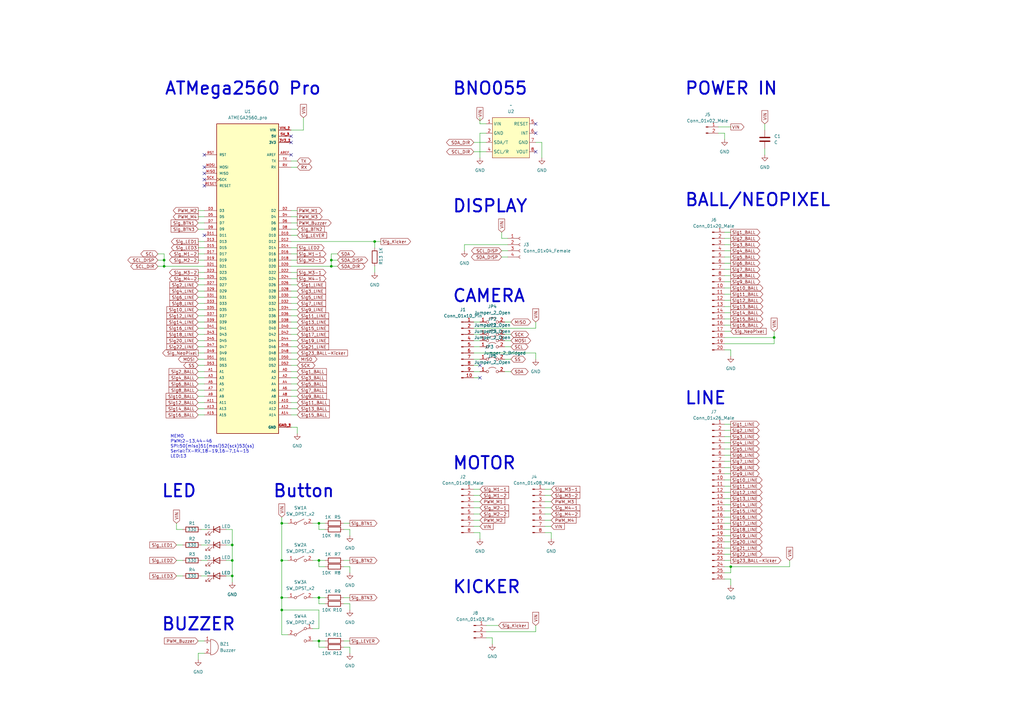
<source format=kicad_sch>
(kicad_sch (version 20230121) (generator eeschema)
  (paper "A3")
  (junction (at 299.72 232.41))
  (junction (at 135.89 106.68))
  (junction (at 115.57 214.63))
  (junction (at 95.25 223.52))
  (junction (at 130.81 245.11))
  (junction (at 130.81 229.87))
  (junction (at 115.57 229.87))
  (junction (at 67.31 106.68))
  (junction (at 95.25 236.22))
  (junction (at 130.81 214.63))
  (junction (at 95.25 229.87))
  (junction (at 153.67 99.06))
  (junction (at 115.57 250.19))
  (junction (at 317.5 138.43))
  (junction (at 67.31 109.22))
  (junction (at 135.89 109.22))
  (junction (at 130.81 262.89))
  (junction (at 115.57 245.11))
  (no_connect (at 196.85 149.86))
  (no_connect (at 196.85 154.94))
  (no_connect (at 83.82 63.5))
  (no_connect (at 83.82 73.66))
  (no_connect (at 83.82 71.12))
  (no_connect (at 83.82 68.58))
  (no_connect (at 119.38 58.42))
  (no_connect (at 119.38 55.88))
  (no_connect (at 219.71 62.23))
  (no_connect (at 119.38 63.5))
  (no_connect (at 83.82 96.52))
  (no_connect (at 219.71 50.8))
  (no_connect (at 219.71 54.61))
  (no_connect (at 83.82 76.2))
  (wire (pts (xy 119.38 121.92) (xy 121.92 121.92)))
  (wire (pts (xy 119.38 127) (xy 121.92 127)))
  (wire (pts (xy 205.74 102.87) (xy 208.28 102.87)))
  (wire (pts (xy 313.69 50.8) (xy 313.69 53.34)))
  (wire (pts (xy 194.31 215.9) (xy 196.85 215.9)))
  (wire (pts (xy 223.52 215.9) (xy 226.06 215.9)))
  (wire (pts (xy 297.18 143.51) (xy 299.72 143.51)))
  (wire (pts (xy 199.39 54.61) (xy 196.85 54.61)))
  (wire (pts (xy 81.28 129.54) (xy 83.82 129.54)))
  (wire (pts (xy 297.18 113.03) (xy 299.72 113.03)))
  (wire (pts (xy 143.51 232.41) (xy 143.51 234.95)))
  (wire (pts (xy 124.46 48.26) (xy 124.46 53.34)))
  (wire (pts (xy 297.18 212.09) (xy 299.72 212.09)))
  (wire (pts (xy 223.52 203.2) (xy 226.06 203.2)))
  (wire (pts (xy 194.31 58.42) (xy 199.39 58.42)))
  (wire (pts (xy 81.28 127) (xy 83.82 127)))
  (wire (pts (xy 74.93 217.17) (xy 72.39 217.17)))
  (wire (pts (xy 140.97 265.43) (xy 143.51 265.43)))
  (wire (pts (xy 194.31 142.24) (xy 196.85 142.24)))
  (wire (pts (xy 119.38 144.78) (xy 121.92 144.78)))
  (wire (pts (xy 297.18 110.49) (xy 299.72 110.49)))
  (wire (pts (xy 297.18 229.87) (xy 299.72 229.87)))
  (wire (pts (xy 196.85 54.61) (xy 196.85 64.77)))
  (wire (pts (xy 119.38 132.08) (xy 121.92 132.08)))
  (wire (pts (xy 81.28 91.44) (xy 83.82 91.44)))
  (wire (pts (xy 297.18 179.07) (xy 299.72 179.07)))
  (wire (pts (xy 92.71 217.17) (xy 95.25 217.17)))
  (wire (pts (xy 115.57 214.63) (xy 118.11 214.63)))
  (wire (pts (xy 297.18 237.49) (xy 299.72 237.49)))
  (wire (pts (xy 81.28 104.14) (xy 83.82 104.14)))
  (wire (pts (xy 201.93 261.62) (xy 201.93 264.16)))
  (wire (pts (xy 119.38 116.84) (xy 121.92 116.84)))
  (wire (pts (xy 153.67 99.06) (xy 156.21 99.06)))
  (wire (pts (xy 297.18 54.61) (xy 297.18 57.15)))
  (wire (pts (xy 140.97 229.87) (xy 143.51 229.87)))
  (wire (pts (xy 297.18 219.71) (xy 299.72 219.71)))
  (wire (pts (xy 74.93 236.22) (xy 72.39 236.22)))
  (wire (pts (xy 92.71 236.22) (xy 95.25 236.22)))
  (wire (pts (xy 143.51 247.65) (xy 143.51 250.19)))
  (wire (pts (xy 130.81 229.87) (xy 130.81 232.41)))
  (wire (pts (xy 297.18 189.23) (xy 299.72 189.23)))
  (wire (pts (xy 194.31 144.78) (xy 219.71 144.78)))
  (wire (pts (xy 140.97 214.63) (xy 143.51 214.63)))
  (wire (pts (xy 81.28 88.9) (xy 83.82 88.9)))
  (wire (pts (xy 130.81 214.63) (xy 130.81 217.17)))
  (wire (pts (xy 119.38 66.04) (xy 121.92 66.04)))
  (wire (pts (xy 81.28 142.24) (xy 83.82 142.24)))
  (wire (pts (xy 299.72 237.49) (xy 299.72 240.03)))
  (wire (pts (xy 297.18 120.65) (xy 299.72 120.65)))
  (wire (pts (xy 67.31 109.22) (xy 83.82 109.22)))
  (wire (pts (xy 297.18 234.95) (xy 299.72 234.95)))
  (wire (pts (xy 119.38 101.6) (xy 121.92 101.6)))
  (wire (pts (xy 81.28 162.56) (xy 83.82 162.56)))
  (wire (pts (xy 115.57 214.63) (xy 115.57 229.87)))
  (wire (pts (xy 153.67 99.06) (xy 153.67 101.6)))
  (wire (pts (xy 194.31 137.16) (xy 196.85 137.16)))
  (wire (pts (xy 130.81 262.89) (xy 130.81 265.43)))
  (wire (pts (xy 115.57 229.87) (xy 115.57 245.11)))
  (wire (pts (xy 199.39 259.08) (xy 219.71 259.08)))
  (wire (pts (xy 128.27 245.11) (xy 130.81 245.11)))
  (wire (pts (xy 223.52 210.82) (xy 226.06 210.82)))
  (wire (pts (xy 297.18 214.63) (xy 299.72 214.63)))
  (wire (pts (xy 194.31 203.2) (xy 196.85 203.2)))
  (wire (pts (xy 207.01 132.08) (xy 209.55 132.08)))
  (wire (pts (xy 130.81 229.87) (xy 133.35 229.87)))
  (wire (pts (xy 199.39 256.54) (xy 204.47 256.54)))
  (wire (pts (xy 95.25 236.22) (xy 95.25 238.76)))
  (wire (pts (xy 81.28 101.6) (xy 83.82 101.6)))
  (wire (pts (xy 323.85 229.87) (xy 323.85 232.41)))
  (wire (pts (xy 130.81 265.43) (xy 133.35 265.43)))
  (wire (pts (xy 119.38 134.62) (xy 121.92 134.62)))
  (wire (pts (xy 119.38 88.9) (xy 121.92 88.9)))
  (wire (pts (xy 119.38 53.34) (xy 124.46 53.34)))
  (wire (pts (xy 121.92 175.26) (xy 119.38 175.26)))
  (wire (pts (xy 140.97 245.11) (xy 143.51 245.11)))
  (wire (pts (xy 81.28 137.16) (xy 83.82 137.16)))
  (wire (pts (xy 81.28 119.38) (xy 83.82 119.38)))
  (wire (pts (xy 119.38 91.44) (xy 121.92 91.44)))
  (wire (pts (xy 223.52 208.28) (xy 226.06 208.28)))
  (wire (pts (xy 121.92 177.8) (xy 121.92 175.26)))
  (wire (pts (xy 81.28 144.78) (xy 83.82 144.78)))
  (wire (pts (xy 297.18 196.85) (xy 299.72 196.85)))
  (wire (pts (xy 82.55 223.52) (xy 85.09 223.52)))
  (wire (pts (xy 208.28 97.79) (xy 205.74 97.79)))
  (wire (pts (xy 81.28 262.89) (xy 83.82 262.89)))
  (wire (pts (xy 219.71 132.08) (xy 219.71 134.62)))
  (wire (pts (xy 194.31 213.36) (xy 196.85 213.36)))
  (wire (pts (xy 299.72 143.51) (xy 299.72 146.05)))
  (wire (pts (xy 81.28 99.06) (xy 83.82 99.06)))
  (wire (pts (xy 297.18 102.87) (xy 299.72 102.87)))
  (wire (pts (xy 130.81 245.11) (xy 133.35 245.11)))
  (wire (pts (xy 74.93 223.52) (xy 72.39 223.52)))
  (wire (pts (xy 95.25 217.17) (xy 95.25 223.52)))
  (wire (pts (xy 130.81 217.17) (xy 133.35 217.17)))
  (wire (pts (xy 297.18 232.41) (xy 299.72 232.41)))
  (wire (pts (xy 297.18 133.35) (xy 299.72 133.35)))
  (wire (pts (xy 194.31 132.08) (xy 196.85 132.08)))
  (wire (pts (xy 196.85 218.44) (xy 194.31 218.44)))
  (wire (pts (xy 82.55 217.17) (xy 85.09 217.17)))
  (wire (pts (xy 194.31 152.4) (xy 196.85 152.4)))
  (wire (pts (xy 294.64 52.07) (xy 299.72 52.07)))
  (wire (pts (xy 219.71 58.42) (xy 222.25 58.42)))
  (wire (pts (xy 143.51 217.17) (xy 143.51 219.71)))
  (wire (pts (xy 119.38 68.58) (xy 121.92 68.58)))
  (wire (pts (xy 81.28 93.98) (xy 83.82 93.98)))
  (wire (pts (xy 130.81 262.89) (xy 133.35 262.89)))
  (wire (pts (xy 219.71 256.54) (xy 219.71 259.08)))
  (wire (pts (xy 190.5 100.33) (xy 190.5 102.87)))
  (wire (pts (xy 119.38 111.76) (xy 121.92 111.76)))
  (wire (pts (xy 207.01 139.7) (xy 209.55 139.7)))
  (wire (pts (xy 153.67 109.22) (xy 153.67 111.76)))
  (wire (pts (xy 81.28 116.84) (xy 83.82 116.84)))
  (wire (pts (xy 196.85 50.8) (xy 196.85 48.26)))
  (wire (pts (xy 297.18 224.79) (xy 299.72 224.79)))
  (wire (pts (xy 83.82 267.97) (xy 81.28 267.97)))
  (wire (pts (xy 297.18 173.99) (xy 299.72 173.99)))
  (wire (pts (xy 92.71 229.87) (xy 95.25 229.87)))
  (wire (pts (xy 317.5 135.89) (xy 317.5 138.43)))
  (wire (pts (xy 82.55 229.87) (xy 85.09 229.87)))
  (wire (pts (xy 297.18 130.81) (xy 299.72 130.81)))
  (wire (pts (xy 297.18 181.61) (xy 299.72 181.61)))
  (wire (pts (xy 223.52 200.66) (xy 226.06 200.66)))
  (wire (pts (xy 297.18 105.41) (xy 299.72 105.41)))
  (wire (pts (xy 199.39 50.8) (xy 196.85 50.8)))
  (wire (pts (xy 297.18 135.89) (xy 299.72 135.89)))
  (wire (pts (xy 119.38 170.18) (xy 121.92 170.18)))
  (wire (pts (xy 81.28 132.08) (xy 83.82 132.08)))
  (wire (pts (xy 81.28 267.97) (xy 81.28 270.51)))
  (wire (pts (xy 82.55 236.22) (xy 85.09 236.22)))
  (wire (pts (xy 119.38 93.98) (xy 121.92 93.98)))
  (wire (pts (xy 199.39 261.62) (xy 201.93 261.62)))
  (wire (pts (xy 74.93 229.87) (xy 72.39 229.87)))
  (wire (pts (xy 119.38 160.02) (xy 121.92 160.02)))
  (wire (pts (xy 140.97 217.17) (xy 143.51 217.17)))
  (wire (pts (xy 119.38 129.54) (xy 121.92 129.54)))
  (wire (pts (xy 297.18 204.47) (xy 299.72 204.47)))
  (wire (pts (xy 130.81 245.11) (xy 130.81 247.65)))
  (wire (pts (xy 119.38 119.38) (xy 121.92 119.38)))
  (wire (pts (xy 317.5 140.97) (xy 317.5 138.43)))
  (wire (pts (xy 119.38 109.22) (xy 135.89 109.22)))
  (wire (pts (xy 226.06 218.44) (xy 223.52 218.44)))
  (wire (pts (xy 119.38 162.56) (xy 121.92 162.56)))
  (wire (pts (xy 299.72 232.41) (xy 323.85 232.41)))
  (wire (pts (xy 297.18 128.27) (xy 299.72 128.27)))
  (wire (pts (xy 81.28 106.68) (xy 83.82 106.68)))
  (wire (pts (xy 81.28 134.62) (xy 83.82 134.62)))
  (wire (pts (xy 297.18 191.77) (xy 299.72 191.77)))
  (wire (pts (xy 95.25 223.52) (xy 95.25 229.87)))
  (wire (pts (xy 207.01 152.4) (xy 209.55 152.4)))
  (wire (pts (xy 138.43 109.22) (xy 135.89 109.22)))
  (wire (pts (xy 297.18 186.69) (xy 299.72 186.69)))
  (wire (pts (xy 297.18 184.15) (xy 299.72 184.15)))
  (wire (pts (xy 67.31 109.22) (xy 67.31 106.68)))
  (wire (pts (xy 297.18 138.43) (xy 317.5 138.43)))
  (wire (pts (xy 128.27 257.81) (xy 130.81 257.81)))
  (wire (pts (xy 297.18 140.97) (xy 317.5 140.97)))
  (wire (pts (xy 81.28 149.86) (xy 83.82 149.86)))
  (wire (pts (xy 119.38 167.64) (xy 121.92 167.64)))
  (wire (pts (xy 81.28 157.48) (xy 83.82 157.48)))
  (wire (pts (xy 194.31 139.7) (xy 196.85 139.7)))
  (wire (pts (xy 297.18 201.93) (xy 299.72 201.93)))
  (wire (pts (xy 81.28 139.7) (xy 83.82 139.7)))
  (wire (pts (xy 81.28 121.92) (xy 83.82 121.92)))
  (wire (pts (xy 194.31 200.66) (xy 196.85 200.66)))
  (wire (pts (xy 81.28 167.64) (xy 83.82 167.64)))
  (wire (pts (xy 205.74 95.25) (xy 205.74 97.79)))
  (wire (pts (xy 119.38 114.3) (xy 121.92 114.3)))
  (wire (pts (xy 297.18 227.33) (xy 299.72 227.33)))
  (wire (pts (xy 119.38 106.68) (xy 121.92 106.68)))
  (wire (pts (xy 119.38 152.4) (xy 121.92 152.4)))
  (wire (pts (xy 119.38 86.36) (xy 121.92 86.36)))
  (wire (pts (xy 140.97 262.89) (xy 143.51 262.89)))
  (wire (pts (xy 128.27 262.89) (xy 130.81 262.89)))
  (wire (pts (xy 297.18 207.01) (xy 299.72 207.01)))
  (wire (pts (xy 194.31 149.86) (xy 196.85 149.86)))
  (wire (pts (xy 119.38 165.1) (xy 121.92 165.1)))
  (wire (pts (xy 81.28 124.46) (xy 83.82 124.46)))
  (wire (pts (xy 297.18 97.79) (xy 299.72 97.79)))
  (wire (pts (xy 194.31 205.74) (xy 196.85 205.74)))
  (wire (pts (xy 81.28 86.36) (xy 83.82 86.36)))
  (wire (pts (xy 119.38 96.52) (xy 121.92 96.52)))
  (wire (pts (xy 143.51 265.43) (xy 143.51 267.97)))
  (wire (pts (xy 297.18 118.11) (xy 299.72 118.11)))
  (wire (pts (xy 81.28 165.1) (xy 83.82 165.1)))
  (wire (pts (xy 207.01 137.16) (xy 209.55 137.16)))
  (wire (pts (xy 119.38 157.48) (xy 121.92 157.48)))
  (wire (pts (xy 130.81 214.63) (xy 133.35 214.63)))
  (wire (pts (xy 119.38 139.7) (xy 121.92 139.7)))
  (wire (pts (xy 297.18 95.25) (xy 299.72 95.25)))
  (wire (pts (xy 223.52 205.74) (xy 226.06 205.74)))
  (wire (pts (xy 297.18 194.31) (xy 299.72 194.31)))
  (wire (pts (xy 194.31 62.23) (xy 199.39 62.23)))
  (wire (pts (xy 207.01 142.24) (xy 209.55 142.24)))
  (wire (pts (xy 135.89 106.68) (xy 135.89 104.14)))
  (wire (pts (xy 196.85 220.98) (xy 196.85 218.44)))
  (wire (pts (xy 208.28 100.33) (xy 190.5 100.33)))
  (wire (pts (xy 299.72 232.41) (xy 299.72 234.95)))
  (wire (pts (xy 64.77 109.22) (xy 67.31 109.22)))
  (wire (pts (xy 297.18 115.57) (xy 299.72 115.57)))
  (wire (pts (xy 219.71 144.78) (xy 219.71 147.32)))
  (wire (pts (xy 119.38 104.14) (xy 121.92 104.14)))
  (wire (pts (xy 119.38 137.16) (xy 121.92 137.16)))
  (wire (pts (xy 135.89 104.14) (xy 138.43 104.14)))
  (wire (pts (xy 119.38 142.24) (xy 121.92 142.24)))
  (wire (pts (xy 140.97 247.65) (xy 143.51 247.65)))
  (wire (pts (xy 297.18 217.17) (xy 299.72 217.17)))
  (wire (pts (xy 194.31 134.62) (xy 219.71 134.62)))
  (wire (pts (xy 297.18 209.55) (xy 299.72 209.55)))
  (wire (pts (xy 81.28 147.32) (xy 83.82 147.32)))
  (wire (pts (xy 115.57 212.09) (xy 115.57 214.63)))
  (wire (pts (xy 130.81 257.81) (xy 130.81 250.19)))
  (wire (pts (xy 115.57 245.11) (xy 115.57 250.19)))
  (wire (pts (xy 297.18 176.53) (xy 299.72 176.53)))
  (wire (pts (xy 128.27 214.63) (xy 130.81 214.63)))
  (wire (pts (xy 226.06 220.98) (xy 226.06 218.44)))
  (wire (pts (xy 67.31 104.14) (xy 64.77 104.14)))
  (wire (pts (xy 128.27 229.87) (xy 130.81 229.87)))
  (wire (pts (xy 194.31 147.32) (xy 196.85 147.32)))
  (wire (pts (xy 135.89 106.68) (xy 138.43 106.68)))
  (wire (pts (xy 223.52 213.36) (xy 226.06 213.36)))
  (wire (pts (xy 297.18 100.33) (xy 299.72 100.33)))
  (wire (pts (xy 119.38 124.46) (xy 121.92 124.46)))
  (wire (pts (xy 115.57 250.19) (xy 115.57 260.35)))
  (wire (pts (xy 67.31 106.68) (xy 67.31 104.14)))
  (wire (pts (xy 81.28 154.94) (xy 83.82 154.94)))
  (wire (pts (xy 205.74 105.41) (xy 208.28 105.41)))
  (wire (pts (xy 297.18 107.95) (xy 299.72 107.95)))
  (wire (pts (xy 194.31 154.94) (xy 196.85 154.94)))
  (wire (pts (xy 81.28 160.02) (xy 83.82 160.02)))
  (wire (pts (xy 222.25 58.42) (xy 222.25 64.77)))
  (wire (pts (xy 119.38 147.32) (xy 121.92 147.32)))
  (wire (pts (xy 115.57 260.35) (xy 118.11 260.35)))
  (wire (pts (xy 95.25 229.87) (xy 95.25 236.22)))
  (wire (pts (xy 115.57 229.87) (xy 118.11 229.87)))
  (wire (pts (xy 207.01 147.32) (xy 209.55 147.32)))
  (wire (pts (xy 81.28 114.3) (xy 83.82 114.3)))
  (wire (pts (xy 194.31 208.28) (xy 196.85 208.28)))
  (wire (pts (xy 297.18 222.25) (xy 299.72 222.25)))
  (wire (pts (xy 297.18 199.39) (xy 299.72 199.39)))
  (wire (pts (xy 119.38 99.06) (xy 153.67 99.06)))
  (wire (pts (xy 294.64 54.61) (xy 297.18 54.61)))
  (wire (pts (xy 130.81 250.19) (xy 115.57 250.19)))
  (wire (pts (xy 297.18 123.19) (xy 299.72 123.19)))
  (wire (pts (xy 72.39 214.63) (xy 72.39 217.17)))
  (wire (pts (xy 92.71 223.52) (xy 95.25 223.52)))
  (wire (pts (xy 130.81 247.65) (xy 133.35 247.65)))
  (wire (pts (xy 130.81 232.41) (xy 133.35 232.41)))
  (wire (pts (xy 64.77 106.68) (xy 67.31 106.68)))
  (wire (pts (xy 119.38 149.86) (xy 121.92 149.86)))
  (wire (pts (xy 81.28 152.4) (xy 83.82 152.4)))
  (wire (pts (xy 297.18 125.73) (xy 299.72 125.73)))
  (wire (pts (xy 119.38 154.94) (xy 121.92 154.94)))
  (wire (pts (xy 81.28 170.18) (xy 83.82 170.18)))
  (wire (pts (xy 313.69 60.96) (xy 313.69 63.5)))
  (wire (pts (xy 115.57 245.11) (xy 118.11 245.11)))
  (wire (pts (xy 81.28 111.76) (xy 83.82 111.76)))
  (wire (pts (xy 194.31 210.82) (xy 196.85 210.82)))
  (wire (pts (xy 135.89 106.68) (xy 135.89 109.22)))
  (wire (pts (xy 140.97 232.41) (xy 143.51 232.41)))
  (text "BALL/NEOPIXEL" (at 280.67 85.09 0) (effects (font (size 5.08 5.08) (thickness 0.762) bold) (justify left bottom)))
  (text "DISPLAY" (at 185.42 87.63 0) (effects (font (size 5.08 5.08) (thickness 0.762) bold) (justify left bottom)))
  (text "CAMERA" (at 185.42 124.46 0) (effects (font (size 5.08 5.08) (thickness 0.762) bold) (justify left bottom)))
  (text "LED" (at 66.04 204.47 0) (effects (font (size 5.08 5.08) (thickness 0.762) bold) (justify left bottom)))
  (text "BNO055" (at 185.42 39.37 0) (effects (font (size 5.08 5.08) (thickness 0.762) bold) (justify left bottom)))
  (text "Button" (at 111.76 204.47 0) (effects (font (size 5.08 5.08) (thickness 0.762) bold) (justify left bottom)))
  (text "BUZZER" (at 66.04 259.08 0) (effects (font (size 5.08 5.08) (thickness 0.762) bold) (justify left bottom)))
  (text "MOTOR" (at 185.42 193.04 0) (effects (font (size 5.08 5.08) (thickness 0.762) bold) (justify left bottom)))
  (text "MEMO\nPWM:2-13,44-46\nSPI:50(miso)51(mosi)52(sck)53(ss)\nSerial:TX-RX,18-19,16-7,14-15\nLED:13" (at 69.85 187.96 0) (effects (font (size 1.27 1.27)) (justify left bottom)))
  (text "LINE" (at 280.67 166.37 0) (effects (font (size 5.08 5.08) (thickness 0.762) bold) (justify left bottom)))
  (text "POWER IN" (at 280.67 39.37 0) (effects (font (size 5.08 5.08) (thickness 0.762) bold) (justify left bottom)))
  (text "KICKER" (at 185.42 243.84 0) (effects (font (size 5.08 5.08) (thickness 0.762) bold) (justify left bottom)))
  (text "ATMega2560 Pro" (at 67.31 39.37 0) (effects (font (size 5.08 5.08) (thickness 0.762) bold) (justify left bottom)))
  (global_label "Sig22_LINE" (shape input) (at 81.28 142.24 180) (property "Intersheetrefs" "${INTERSHEET_REFS}" (effects hide)))
  (global_label "Sig5_LINE" (shape output) (at 299.72 184.15 0) (property "Intersheetrefs" "${INTERSHEET_REFS}" (effects hide)))
  (global_label "PWM_M4" (shape input) (at 226.06 213.36 0) (property "Intersheetrefs" "${INTERSHEET_REFS}" (effects hide)))
  (global_label "VIN" (shape input) (at 313.69 50.8 90) (property "Intersheetrefs" "${INTERSHEET_REFS}" (effects hide)))
  (global_label "Sig7_BALL" (shape input) (at 121.92 160.02 0) (property "Intersheetrefs" "${INTERSHEET_REFS}" (effects hide)))
  (global_label "Sig15_BALL" (shape input) (at 121.92 170.18 0) (property "Intersheetrefs" "${INTERSHEET_REFS}" (effects hide)))
  (global_label "Sig6_BALL" (shape output) (at 299.72 107.95 0) (property "Intersheetrefs" "${INTERSHEET_REFS}" (effects hide)))
  (global_label "SCL" (shape bidirectional) (at 64.77 104.14 180) (property "Intersheetrefs" "${INTERSHEET_REFS}" (effects hide)))
  (global_label "PWM_Buzzer" (shape output) (at 121.92 91.44 0) (property "Intersheetrefs" "${INTERSHEET_REFS}" (effects hide)))
  (global_label "SDA_DIR" (shape bidirectional) (at 194.31 58.42 180) (property "Intersheetrefs" "${INTERSHEET_REFS}" (effects hide)))
  (global_label "Sig16_LINE" (shape input) (at 81.28 134.62 180) (property "Intersheetrefs" "${INTERSHEET_REFS}" (effects hide)))
  (global_label "Sig17_LINE" (shape input) (at 121.92 137.16 0) (property "Intersheetrefs" "${INTERSHEET_REFS}" (effects hide)))
  (global_label "VIN" (shape input) (at 323.85 229.87 90) (property "Intersheetrefs" "${INTERSHEET_REFS}" (effects hide)))
  (global_label "VIN" (shape input) (at 205.74 95.25 90) (property "Intersheetrefs" "${INTERSHEET_REFS}" (effects hide)))
  (global_label "Sig9_BALL" (shape output) (at 299.72 115.57 0) (property "Intersheetrefs" "${INTERSHEET_REFS}" (effects hide)))
  (global_label "Sig_LED3" (shape output) (at 81.28 101.6 180) (property "Intersheetrefs" "${INTERSHEET_REFS}" (effects hide)))
  (global_label "Sig5_BALL" (shape input) (at 121.92 157.48 0) (property "Intersheetrefs" "${INTERSHEET_REFS}" (effects hide)))
  (global_label "Sig16_LINE" (shape output) (at 299.72 212.09 0) (property "Intersheetrefs" "${INTERSHEET_REFS}" (effects hide)))
  (global_label "Sig11_LINE" (shape output) (at 299.72 199.39 0) (property "Intersheetrefs" "${INTERSHEET_REFS}" (effects hide)))
  (global_label "Sig13_LINE" (shape output) (at 299.72 204.47 0) (property "Intersheetrefs" "${INTERSHEET_REFS}" (effects hide)))
  (global_label "Sig20_LINE" (shape output) (at 299.72 222.25 0) (property "Intersheetrefs" "${INTERSHEET_REFS}" (effects hide)))
  (global_label "Sig11_LINE" (shape input) (at 121.92 129.54 0) (property "Intersheetrefs" "${INTERSHEET_REFS}" (effects hide)))
  (global_label "Sig15_LINE" (shape input) (at 121.92 134.62 0) (property "Intersheetrefs" "${INTERSHEET_REFS}" (effects hide)))
  (global_label "Sig_M1-1" (shape input) (at 196.85 200.66 0) (property "Intersheetrefs" "${INTERSHEET_REFS}" (effects hide)))
  (global_label "Sig_LED1" (shape input) (at 72.39 223.52 180) (property "Intersheetrefs" "${INTERSHEET_REFS}" (effects hide)))
  (global_label "SS" (shape bidirectional) (at 209.55 147.32 0) (property "Intersheetrefs" "${INTERSHEET_REFS}" (effects hide)))
  (global_label "Sig_LED3" (shape input) (at 72.39 236.22 180) (property "Intersheetrefs" "${INTERSHEET_REFS}" (effects hide)))
  (global_label "PWM_M2" (shape output) (at 81.28 86.36 180) (property "Intersheetrefs" "${INTERSHEET_REFS}" (effects hide)))
  (global_label "SCL_DIR" (shape bidirectional) (at 64.77 109.22 180) (property "Intersheetrefs" "${INTERSHEET_REFS}" (effects hide)))
  (global_label "Sig_M3-1" (shape output) (at 121.92 111.76 0) (property "Intersheetrefs" "${INTERSHEET_REFS}" (effects hide)))
  (global_label "MOSI" (shape bidirectional) (at 209.55 139.7 0) (property "Intersheetrefs" "${INTERSHEET_REFS}" (effects hide)))
  (global_label "Sig15_LINE" (shape output) (at 299.72 209.55 0) (property "Intersheetrefs" "${INTERSHEET_REFS}" (effects hide)))
  (global_label "Sig_M4-2" (shape input) (at 226.06 210.82 0) (property "Intersheetrefs" "${INTERSHEET_REFS}" (effects hide)))
  (global_label "Sig3_LINE" (shape output) (at 299.72 179.07 0) (property "Intersheetrefs" "${INTERSHEET_REFS}" (effects hide)))
  (global_label "Sig11_BALL" (shape output) (at 299.72 120.65 0) (property "Intersheetrefs" "${INTERSHEET_REFS}" (effects hide)))
  (global_label "SDA_DIR" (shape bidirectional) (at 138.43 109.22 0) (property "Intersheetrefs" "${INTERSHEET_REFS}" (effects hide)))
  (global_label "Sig4_LINE" (shape output) (at 299.72 181.61 0) (property "Intersheetrefs" "${INTERSHEET_REFS}" (effects hide)))
  (global_label "SCK" (shape bidirectional) (at 121.92 149.86 0) (property "Intersheetrefs" "${INTERSHEET_REFS}" (effects hide)))
  (global_label "VIN" (shape input) (at 317.5 135.89 90) (property "Intersheetrefs" "${INTERSHEET_REFS}" (effects hide)))
  (global_label "TX" (shape bidirectional) (at 121.92 66.04 0) (property "Intersheetrefs" "${INTERSHEET_REFS}" (effects hide)))
  (global_label "Sig10_BALL" (shape output) (at 299.72 118.11 0) (property "Intersheetrefs" "${INTERSHEET_REFS}" (effects hide)))
  (global_label "Sig12_LINE" (shape output) (at 299.72 201.93 0) (property "Intersheetrefs" "${INTERSHEET_REFS}" (effects hide)))
  (global_label "Sig_M2-2" (shape output) (at 81.28 106.68 180) (property "Intersheetrefs" "${INTERSHEET_REFS}" (effects hide)))
  (global_label "Sig_M2-1" (shape input) (at 196.85 208.28 0) (property "Intersheetrefs" "${INTERSHEET_REFS}" (effects hide)))
  (global_label "SDA_DISP" (shape bidirectional) (at 205.74 105.41 180) (property "Intersheetrefs" "${INTERSHEET_REFS}" (effects hide)))
  (global_label "SCL_DISP" (shape bidirectional) (at 205.74 102.87 180) (property "Intersheetrefs" "${INTERSHEET_REFS}" (effects hide)))
  (global_label "Sig_M3-2" (shape input) (at 226.06 203.2 0) (property "Intersheetrefs" "${INTERSHEET_REFS}" (effects hide)))
  (global_label "SCK" (shape bidirectional) (at 209.55 137.16 0) (property "Intersheetrefs" "${INTERSHEET_REFS}" (effects hide)))
  (global_label "Sig9_LINE" (shape input) (at 121.92 127 0) (property "Intersheetrefs" "${INTERSHEET_REFS}" (effects hide)))
  (global_label "Sig_M3-2" (shape output) (at 81.28 111.76 180) (property "Intersheetrefs" "${INTERSHEET_REFS}" (effects hide)))
  (global_label "Sig2_BALL" (shape input) (at 81.28 152.4 180) (property "Intersheetrefs" "${INTERSHEET_REFS}" (effects hide)))
  (global_label "Sig_BTN2" (shape input) (at 121.92 93.98 0) (property "Intersheetrefs" "${INTERSHEET_REFS}" (effects hide)))
  (global_label "Sig_BTN3" (shape output) (at 143.51 245.11 0) (property "Intersheetrefs" "${INTERSHEET_REFS}" (effects hide)))
  (global_label "Sig12_BALL" (shape output) (at 299.72 123.19 0) (property "Intersheetrefs" "${INTERSHEET_REFS}" (effects hide)))
  (global_label "Sig6_LINE" (shape input) (at 81.28 121.92 180) (property "Intersheetrefs" "${INTERSHEET_REFS}" (effects hide)))
  (global_label "Sig12_LINE" (shape input) (at 81.28 129.54 180) (property "Intersheetrefs" "${INTERSHEET_REFS}" (effects hide)))
  (global_label "Sig1_LINE" (shape input) (at 121.92 116.84 0) (property "Intersheetrefs" "${INTERSHEET_REFS}" (effects hide)))
  (global_label "Sig14_BALL" (shape input) (at 81.28 167.64 180) (property "Intersheetrefs" "${INTERSHEET_REFS}" (effects hide)))
  (global_label "PWM_M3" (shape output) (at 121.92 88.9 0) (property "Intersheetrefs" "${INTERSHEET_REFS}" (effects hide)))
  (global_label "Sig_NeoPixel" (shape input) (at 299.72 135.89 0) (property "Intersheetrefs" "${INTERSHEET_REFS}" (effects hide)))
  (global_label "MOSI" (shape bidirectional) (at 81.28 147.32 180) (property "Intersheetrefs" "${INTERSHEET_REFS}" (effects hide)))
  (global_label "Sig18_LINE" (shape output) (at 299.72 217.17 0) (property "Intersheetrefs" "${INTERSHEET_REFS}" (effects hide)))
  (global_label "SCL_DIR" (shape bidirectional) (at 194.31 62.23 180) (property "Intersheetrefs" "${INTERSHEET_REFS}" (effects hide)))
  (global_label "Sig_LED2" (shape input) (at 72.39 229.87 180) (property "Intersheetrefs" "${INTERSHEET_REFS}" (effects hide)))
  (global_label "Sig16_BALL" (shape output) (at 299.72 133.35 0) (property "Intersheetrefs" "${INTERSHEET_REFS}" (effects hide)))
  (global_label "RX" (shape bidirectional) (at 121.92 68.58 0) (property "Intersheetrefs" "${INTERSHEET_REFS}" (effects hide)))
  (global_label "Sig_M2-1" (shape output) (at 121.92 106.68 0) (property "Intersheetrefs" "${INTERSHEET_REFS}" (effects hide)))
  (global_label "PWM_M2" (shape input) (at 196.85 213.36 0) (property "Intersheetrefs" "${INTERSHEET_REFS}" (effects hide)))
  (global_label "VIN" (shape input) (at 196.85 49.53 90) (property "Intersheetrefs" "${INTERSHEET_REFS}" (effects hide)))
  (global_label "Sig_M1-1" (shape output) (at 121.92 104.14 0) (property "Intersheetrefs" "${INTERSHEET_REFS}" (effects hide)))
  (global_label "Sig_LEVER" (shape output) (at 143.51 262.89 0) (property "Intersheetrefs" "${INTERSHEET_REFS}" (effects hide)))
  (global_label "Sig5_BALL" (shape output) (at 299.72 105.41 0) (property "Intersheetrefs" "${INTERSHEET_REFS}" (effects hide)))
  (global_label "Sig4_BALL" (shape output) (at 299.72 102.87 0) (property "Intersheetrefs" "${INTERSHEET_REFS}" (effects hide)))
  (global_label "Sig_Kicker" (shape output) (at 156.21 99.06 0) (property "Intersheetrefs" "${INTERSHEET_REFS}" (effects hide)))
  (global_label "Sig1_BALL" (shape output) (at 299.72 95.25 0) (property "Intersheetrefs" "${INTERSHEET_REFS}" (effects hide)))
  (global_label "Sig22_LINE" (shape output) (at 299.72 227.33 0) (property "Intersheetrefs" "${INTERSHEET_REFS}" (effects hide)))
  (global_label "Sig15_BALL" (shape output) (at 299.72 130.81 0) (property "Intersheetrefs" "${INTERSHEET_REFS}" (effects hide)))
  (global_label "Sig_LEVER" (shape input) (at 121.92 96.52 0) (property "Intersheetrefs" "${INTERSHEET_REFS}" (effects hide)))
  (global_label "Sig7_LINE" (shape input) (at 121.92 124.46 0) (property "Intersheetrefs" "${INTERSHEET_REFS}" (effects hide)))
  (global_label "Sig6_LINE" (shape output) (at 299.72 186.69 0) (property "Intersheetrefs" "${INTERSHEET_REFS}" (effects hide)))
  (global_label "VIN" (shape input) (at 72.39 214.63 90) (property "Intersheetrefs" "${INTERSHEET_REFS}" (effects hide)))
  (global_label "Sig16_BALL" (shape input) (at 81.28 170.18 180) (property "Intersheetrefs" "${INTERSHEET_REFS}" (effects hide)))
  (global_label "VIN" (shape input) (at 196.85 215.9 0) (property "Intersheetrefs" "${INTERSHEET_REFS}" (effects hide)))
  (global_label "Sig_BTN1" (shape input) (at 81.28 91.44 180) (property "Intersheetrefs" "${INTERSHEET_REFS}" (effects hide)))
  (global_label "Sig4_LINE" (shape input) (at 81.28 119.38 180) (property "Intersheetrefs" "${INTERSHEET_REFS}" (effects hide)))
  (global_label "Sig17_LINE" (shape output) (at 299.72 214.63 0) (property "Intersheetrefs" "${INTERSHEET_REFS}" (effects hide)))
  (global_label "Sig_BTN2" (shape output) (at 143.51 229.87 0) (property "Intersheetrefs" "${INTERSHEET_REFS}" (effects hide)))
  (global_label "Sig18_LINE" (shape input) (at 81.28 137.16 180) (property "Intersheetrefs" "${INTERSHEET_REFS}" (effects hide)))
  (global_label "Sig14_LINE" (shape input) (at 81.28 132.08 180) (property "Intersheetrefs" "${INTERSHEET_REFS}" (effects hide)))
  (global_label "Sig_NeoPixel" (shape output) (at 81.28 144.78 180) (property "Intersheetrefs" "${INTERSHEET_REFS}" (effects hide)))
  (global_label "Sig4_BALL" (shape input) (at 81.28 154.94 180) (property "Intersheetrefs" "${INTERSHEET_REFS}" (effects hide)))
  (global_label "SS" (shape bidirectional) (at 81.28 149.86 180) (property "Intersheetrefs" "${INTERSHEET_REFS}" (effects hide)))
  (global_label "Sig10_BALL" (shape input) (at 81.28 162.56 180) (property "Intersheetrefs" "${INTERSHEET_REFS}" (effects hide)))
  (global_label "Sig8_BALL" (shape input) (at 81.28 160.02 180) (property "Intersheetrefs" "${INTERSHEET_REFS}" (effects hide)))
  (global_label "MISO" (shape bidirectional) (at 209.55 132.08 0) (property "Intersheetrefs" "${INTERSHEET_REFS}" (effects hide)))
  (global_label "Sig14_BALL" (shape output) (at 299.72 128.27 0) (property "Intersheetrefs" "${INTERSHEET_REFS}" (effects hide)))
  (global_label "VIN" (shape input) (at 124.46 48.26 90) (property "Intersheetrefs" "${INTERSHEET_REFS}" (effects hide)))
  (global_label "Sig12_BALL" (shape input) (at 81.28 165.1 180) (property "Intersheetrefs" "${INTERSHEET_REFS}" (effects hide)))
  (global_label "Sig13_BALL" (shape output) (at 299.72 125.73 0) (property "Intersheetrefs" "${INTERSHEET_REFS}" (effects hide)))
  (global_label "PWM_M3" (shape input) (at 226.06 205.74 0) (property "Intersheetrefs" "${INTERSHEET_REFS}" (effects hide)))
  (global_label "Sig11_BALL" (shape input) (at 121.92 165.1 0) (property "Intersheetrefs" "${INTERSHEET_REFS}" (effects hide)))
  (global_label "SDA_DISP" (shape bidirectional) (at 138.43 106.68 0) (property "Intersheetrefs" "${INTERSHEET_REFS}" (effects hide)))
  (global_label "Sig9_LINE" (shape output) (at 299.72 194.31 0) (property "Intersheetrefs" "${INTERSHEET_REFS}" (effects hide)))
  (global_label "VIN" (shape input) (at 115.57 212.09 90) (property "Intersheetrefs" "${INTERSHEET_REFS}" (effects hide)))
  (global_label "Sig23_BALL-Kicker" (shape input) (at 121.92 144.78 0) (property "Intersheetrefs" "${INTERSHEET_REFS}" (effects hide)))
  (global_label "Sig8_BALL" (shape output) (at 299.72 113.03 0) (property "Intersheetrefs" "${INTERSHEET_REFS}" (effects hide)))
  (global_label "Sig_BTN1" (shape output) (at 143.51 214.63 0) (property "Intersheetrefs" "${INTERSHEET_REFS}" (effects hide)))
  (global_label "Sig3_LINE" (shape input) (at 121.92 119.38 0) (property "Intersheetrefs" "${INTERSHEET_REFS}" (effects hide)))
  (global_label "Sig8_LINE" (shape output) (at 299.72 191.77 0) (property "Intersheetrefs" "${INTERSHEET_REFS}" (effects hide)))
  (global_label "Sig_M4-1" (shape output) (at 121.92 114.3 0) (property "Intersheetrefs" "${INTERSHEET_REFS}" (effects hide)))
  (global_label "Sig19_LINE" (shape output) (at 299.72 219.71 0) (property "Intersheetrefs" "${INTERSHEET_REFS}" (effects hide)))
  (global_label "Sig_M3-1" (shape input) (at 226.06 200.66 0) (property "Intersheetrefs" "${INTERSHEET_REFS}" (effects hide)))
  (global_label "PWM_Buzzer" (shape input) (at 81.28 262.89 180) (property "Intersheetrefs" "${INTERSHEET_REFS}" (effects hide)))
  (global_label "Sig9_BALL" (shape input) (at 121.92 162.56 0) (property "Intersheetrefs" "${INTERSHEET_REFS}" (effects hide)))
  (global_label "Sig_M4-2" (shape output) (at 81.28 114.3 180) (property "Intersheetrefs" "${INTERSHEET_REFS}" (effects hide)))
  (global_label "Sig5_LINE" (shape input) (at 121.92 121.92 0) (property "Intersheetrefs" "${INTERSHEET_REFS}" (effects hide)))
  (global_label "Sig21_LINE" (shape output) (at 299.72 224.79 0) (property "Intersheetrefs" "${INTERSHEET_REFS}" (effects hide)))
  (global_label "Sig_M1-2" (shape output) (at 81.28 104.14 180) (property "Intersheetrefs" "${INTERSHEET_REFS}" (effects hide)))
  (global_label "Sig_M4-1" (shape input) (at 226.06 208.28 0) (property "Intersheetrefs" "${INTERSHEET_REFS}" (effects hide)))
  (global_label "Sig8_LINE" (shape input) (at 81.28 124.46 180) (property "Intersheetrefs" "${INTERSHEET_REFS}" (effects hide)))
  (global_label "Sig23_BALL-Kicker" (shape output) (at 299.72 229.87 0) (property "Intersheetrefs" "${INTERSHEET_REFS}" (effects hide)))
  (global_label "SDA" (shape bidirectional) (at 138.43 104.14 0) (property "Intersheetrefs" "${INTERSHEET_REFS}" (effects hide)))
  (global_label "Sig_LED2" (shape output) (at 121.92 101.6 0) (property "Intersheetrefs" "${INTERSHEET_REFS}" (effects hide)))
  (global_label "Sig19_LINE" (shape input) (at 121.92 139.7 0) (property "Intersheetrefs" "${INTERSHEET_REFS}" (effects hide)))
  (global_label "Sig6_BALL" (shape input) (at 81.28 157.48 180) (property "Intersheetrefs" "${INTERSHEET_REFS}" (effects hide)))
  (global_label "Sig13_BALL" (shape input) (at 121.92 167.64 0) (property "Intersheetrefs" "${INTERSHEET_REFS}" (effects hide)))
  (global_label "MISO" (shape bidirectional) (at 121.92 147.32 0) (property "Intersheetrefs" "${INTERSHEET_REFS}" (effects hide)))
  (global_label "Sig1_LINE" (shape output) (at 299.72 173.99 0) (property "Intersheetrefs" "${INTERSHEET_REFS}" (effects hide)))
  (global_label "Sig21_LINE" (shape input) (at 121.92 142.24 0) (property "Intersheetrefs" "${INTERSHEET_REFS}" (effects hide)))
  (global_label "Sig10_LINE" (shape input) (at 81.28 127 180) (property "Intersheetrefs" "${INTERSHEET_REFS}" (effects hide)))
  (global_label "Sig_M2-2" (shape input) (at 196.85 210.82 0) (property "Intersheetrefs" "${INTERSHEET_REFS}" (effects hide)))
  (global_label "Sig7_LINE" (shape output) (at 299.72 189.23 0) (property "Intersheetrefs" "${INTERSHEET_REFS}" (effects hide)))
  (global_label "Sig20_LINE" (shape input) (at 81.28 139.7 180) (property "Intersheetrefs" "${INTERSHEET_REFS}" (effects hide)))
  (global_label "Sig10_LINE" (shape output) (at 299.72 196.85 0) (property "Intersheetrefs" "${INTERSHEET_REFS}" (effects hide)))
  (global_label "PWM_M1" (shape input) (at 196.85 205.74 0) (property "Intersheetrefs" "${INTERSHEET_REFS}" (effects hide)))
  (global_label "Sig1_BALL" (shape input) (at 121.92 152.4 0) (property "Intersheetrefs" "${INTERSHEET_REFS}" (effects hide)))
  (global_label "SCL" (shape bidirectional) (at 209.55 142.24 0) (property "Intersheetrefs" "${INTERSHEET_REFS}" (effects hide)))
  (global_label "PWM_M4" (shape output) (at 81.28 88.9 180) (property "Intersheetrefs" "${INTERSHEET_REFS}" (effects hide)))
  (global_label "Sig2_LINE" (shape output) (at 299.72 176.53 0) (property "Intersheetrefs" "${INTERSHEET_REFS}" (effects hide)))
  (global_label "Sig13_LINE" (shape input) (at 121.92 132.08 0) (property "Intersheetrefs" "${INTERSHEET_REFS}" (effects hide)))
  (global_label "Sig7_BALL" (shape output) (at 299.72 110.49 0) (property "Intersheetrefs" "${INTERSHEET_REFS}" (effects hide)))
  (global_label "Sig14_LINE" (shape output) (at 299.72 207.01 0) (property "Intersheetrefs" "${INTERSHEET_REFS}" (effects hide)))
  (global_label "PWM_M1" (shape output) (at 121.92 86.36 0) (property "Intersheetrefs" "${INTERSHEET_REFS}" (effects hide)))
  (global_label "SDA" (shape bidirectional) (at 209.55 152.4 0) (property "Intersheetrefs" "${INTERSHEET_REFS}" (effects hide)))
  (global_label "VIN" (shape input) (at 219.71 256.54 90) (property "Intersheetrefs" "${INTERSHEET_REFS}" (effects hide)))
  (global_label "VIN" (shape output) (at 299.72 52.07 0) (property "Intersheetrefs" "${INTERSHEET_REFS}" (effects hide)))
  (global_label "VIN" (shape input) (at 226.06 215.9 0) (property "Intersheetrefs" "${INTERSHEET_REFS}" (effects hide)))
  (global_label "Sig_LED1" (shape output) (at 81.28 99.06 180) (property "Intersheetrefs" "${INTERSHEET_REFS}" (effects hide)))
  (global_label "Sig_M1-2" (shape input) (at 196.85 203.2 0) (property "Intersheetrefs" "${INTERSHEET_REFS}" (effects hide)))
  (global_label "Sig3_BALL" (shape output) (at 299.72 100.33 0) (property "Intersheetrefs" "${INTERSHEET_REFS}" (effects hide)))
  (global_label "SCL_DISP" (shape bidirectional) (at 64.77 106.68 180) (property "Intersheetrefs" "${INTERSHEET_REFS}" (effects hide)))
  (global_label "Sig_Kicker" (shape input) (at 204.47 256.54 0) (property "Intersheetrefs" "${INTERSHEET_REFS}" (effects hide)))
  (global_label "Sig2_BALL" (shape output) (at 299.72 97.79 0) (property "Intersheetrefs" "${INTERSHEET_REFS}" (effects hide)))
  (global_label "Sig3_BALL" (shape input) (at 121.92 154.94 0) (property "Intersheetrefs" "${INTERSHEET_REFS}" (effects hide)))
  (global_label "Sig2_LINE" (shape input) (at 81.28 116.84 180) (property "Intersheetrefs" "${INTERSHEET_REFS}" (effects hide)))
  (global_label "VIN" (shape input) (at 219.71 132.08 90) (property "Intersheetrefs" "${INTERSHEET_REFS}" (effects hide)))
  (global_label "Sig_BTN3" (shape input) (at 81.28 93.98 180) (property "Intersheetrefs" "${INTERSHEET_REFS}" (effects hide)))
  (symbol (lib_id "power:GND") (at 299.72 146.05 0) (unit 1)
    (property "Reference" "#PWR015" (effects hide))
    (property "Value" "GND" (at 299.72 151.13 0))
  )
  (symbol (lib_id "Switch:SW_DPST_x2") (at 123.19 229.87 0) (unit 1)
    (property "Reference" "SW2" (at 123.19 223.52 0))
    (property "Value" "SW_DPST_x2" (at 123.19 226.06 0))
    (property "Footprint" "@2023_MainBoard:TVBP06-B043C" (effects hide))
  )
  (symbol (lib_id "power:GND") (at 81.28 270.51 0) (unit 1)
    (property "Reference" "#PWR01" (effects hide))
    (property "Value" "GND" (at 81.28 275.59 0))
  )
  (symbol (lib_id "Device:R") (at 137.16 232.41 270) (unit 1)
    (property "Reference" "R8" (at 138.43 234.95 90))
    (property "Value" "10K" (at 135.89 234.95 90) (effects (justify right)))
    (property "Footprint" "Resistor_SMD:R_0805_2012Metric" (effects hide))
  )
  (symbol (lib_id "Device:Buzzer") (at 86.36 265.43 0) (unit 1)
    (property "Reference" "BZ1" (at 90.17 264.1599 0) (effects (justify left)))
    (property "Value" "Buzzer" (at 90.17 266.6999 0) (effects (justify left)))
    (property "Footprint" "@2023_MainBoard:PKM13EPYH4000-A0" (effects hide))
  )
  (symbol (lib_id "Jumper:Jumper_2_Bridged") (at 201.93 147.32 0) (unit 1)
    (property "Reference" "JP3" (at 200.66 142.24 0))
    (property "Value" "Jumper_2_Bridged" (at 207.01 144.78 0))
    (property "Footprint" "Jumper:SolderJumper-2_P1.3mm_Bridged_Pad1.0x1.5mm" (effects hide))
  )
  (symbol (lib_id "power:GND") (at 299.72 240.03 0) (unit 1)
    (property "Reference" "#PWR016" (effects hide))
    (property "Value" "GND" (at 299.72 245.11 0))
  )
  (symbol (lib_id "Jumper:Jumper_2_Open") (at 201.93 132.08 0) (unit 1)
    (property "Reference" "JP4" (at 201.93 125.73 0))
    (property "Value" "Jumper_2_Open" (at 201.93 128.27 0))
    (property "Footprint" "Jumper:SolderJumper-2_P1.3mm_Open_Pad1.0x1.5mm" (effects hide))
  )
  (symbol (lib_id "Device:C") (at 313.69 57.15 0) (unit 1)
    (property "Reference" "C1" (at 317.5 55.8799 0) (effects (justify left)))
    (property "Value" "C" (at 317.5 58.4199 0) (effects (justify left)))
    (property "Footprint" "Capacitor_SMD:C_0805_2012Metric" (effects hide))
  )
  (symbol (lib_id "power:GND") (at 196.85 220.98 0) (unit 1)
    (property "Reference" "#PWR011" (effects hide))
    (property "Value" "GND" (at 196.85 226.06 0))
  )
  (symbol (lib_id "Connector:Conn_01x02_Male") (at 289.56 52.07 0) (unit 1)
    (property "Reference" "J5" (at 290.195 46.99 0))
    (property "Value" "Conn_01x02_Male" (at 290.195 49.53 0))
    (property "Footprint" "Connector_JST:JST_XH_S2B-XH-A-1_1x02_P2.50mm_Horizontal" (effects hide))
  )
  (symbol (lib_id "power:GND") (at 226.06 220.98 0) (unit 1)
    (property "Reference" "#PWR013" (effects hide))
    (property "Value" "GND" (at 226.06 226.06 0))
  )
  (symbol (lib_id "power:GND") (at 297.18 57.15 0) (unit 1)
    (property "Reference" "#PWR014" (effects hide))
    (property "Value" "GND" (at 297.18 62.23 0))
  )
  (symbol (lib_id "Connector:Conn_01x08_Male") (at 218.44 208.28 0) (unit 1)
    (property "Reference" "J4" (at 219.075 195.58 0))
    (property "Value" "Conn_01x08_Male" (at 219.075 198.12 0))
    (property "Footprint" "Connector_JST:JST_XH_B8B-XH-A_1x08_P2.50mm_Vertical" (effects hide))
  )
  (symbol (lib_id "Connector:Conn_01x26_Male") (at 292.1 204.47 0) (unit 1)
    (property "Reference" "J7" (at 292.735 168.91 0))
    (property "Value" "Conn_01x26_Male" (at 292.735 171.45 0))
    (property "Footprint" "Connector_IDC:IDC-Header_2x13_P2.54mm_Vertical" (effects hide))
  )
  (symbol (lib_id "Device:R") (at 137.16 214.63 90) (unit 1)
    (property "Reference" "R5" (at 138.43 212.09 90))
    (property "Value" "1K" (at 135.89 212.09 90) (effects (justify left)))
    (property "Footprint" "Resistor_SMD:R_0805_2012Metric" (effects hide))
  )
  (symbol (lib_id "power:GND") (at 95.25 238.76 0) (unit 1)
    (property "Reference" "#PWR02" (effects hide))
    (property "Value" "GND" (at 95.25 243.84 0))
  )
  (symbol (lib_id "power:GND") (at 222.25 64.77 0) (unit 1)
    (property "Reference" "#PWR012" (effects hide))
    (property "Value" "GND" (at 222.25 69.85 0))
  )
  (symbol (lib_id "Connector:Conn_01x20_Male") (at 292.1 118.11 0) (unit 1)
    (property "Reference" "J6" (at 292.735 90.17 0))
    (property "Value" "Conn_01x20_Male" (at 292.735 92.71 0))
    (property "Footprint" "Connector_IDC:IDC-Header_2x10_P2.54mm_Vertical" (effects hide))
  )
  (symbol (lib_id "Device:R") (at 137.16 245.11 90) (unit 1)
    (property "Reference" "R9" (at 138.43 242.57 90))
    (property "Value" "1K" (at 135.89 242.57 90) (effects (justify left)))
    (property "Footprint" "Resistor_SMD:R_0805_2012Metric" (effects hide))
  )
  (symbol (lib_id "Device:R") (at 137.16 229.87 90) (unit 1)
    (property "Reference" "R7" (at 138.43 227.33 90))
    (property "Value" "1K" (at 135.89 227.33 90) (effects (justify left)))
    (property "Footprint" "Resistor_SMD:R_0805_2012Metric" (effects hide))
  )
  (symbol (lib_id "power:GND") (at 121.92 177.8 0) (unit 1)
    (property "Reference" "#PWR03" (effects hide))
    (property "Value" "GND" (at 121.92 182.88 0))
  )
  (symbol (lib_id "Device:LED") (at 88.9 229.87 0) (unit 1)
    (property "Reference" "D3" (at 85.09 228.6 0))
    (property "Value" "LED" (at 92.71 228.6 0))
    (property "Footprint" "LED_SMD:LED_0603_1608Metric" (effects hide))
  )
  (symbol (lib_id "Device:LED") (at 88.9 217.17 0) (unit 1)
    (property "Reference" "D1" (at 85.09 215.9 0))
    (property "Value" "LED" (at 92.71 215.9 0))
    (property "Footprint" "LED_SMD:LED_0603_1608Metric" (effects hide))
  )
  (symbol (lib_id "Connector:Conn_01x10_Pin") (at 189.23 142.24 0) (unit 1)
    (property "Reference" "J1" (at 189.865 127 0))
    (property "Value" "Conn_01x10_Pin" (at 189.865 129.54 0))
    (property "Footprint" "Connector_IDC:IDC-Header_2x05_P2.54mm_Vertical" (effects hide))
  )
  (symbol (lib_id "Device:R") (at 137.16 247.65 270) (unit 1)
    (property "Reference" "R10" (at 138.43 250.19 90))
    (property "Value" "10K" (at 135.89 250.19 90) (effects (justify right)))
    (property "Footprint" "Resistor_SMD:R_0805_2012Metric" (effects hide))
  )
  (symbol (lib_id "Jumper:Jumper_2_Open") (at 201.93 152.4 0) (unit 1)
    (property "Reference" "JP6" (at 201.93 146.05 0))
    (property "Value" "Jumper_2_Open" (at 201.93 148.59 0))
    (property "Footprint" "Jumper:SolderJumper-2_P1.3mm_Open_Pad1.0x1.5mm" (effects hide))
  )
  (symbol (lib_id "Jumper:Jumper_2_Open") (at 201.93 139.7 0) (unit 1)
    (property "Reference" "JP1" (at 201.93 133.35 0))
    (property "Value" "Jumper_2_Open" (at 201.93 135.89 0))
    (property "Footprint" "Jumper:SolderJumper-2_P1.3mm_Open_Pad1.0x1.5mm" (effects hide))
  )
  (symbol (lib_id "Device:R") (at 78.74 223.52 90) (unit 1)
    (property "Reference" "R2" (at 78.74 220.98 90))
    (property "Value" "330" (at 78.74 223.52 90))
    (property "Footprint" "Resistor_SMD:R_0805_2012Metric" (effects hide))
  )
  (symbol (lib_id "Connector:Conn_01x04_Female") (at 213.36 100.33 0) (unit 1)
    (property "Reference" "J3" (at 214.63 100.3299 0) (effects (justify left)))
    (property "Value" "Conn_01x04_Female" (at 214.63 102.8699 0) (effects (justify left)))
    (property "Footprint" "Connector_PinSocket_2.54mm:PinSocket_1x04_P2.54mm_Vertical" (effects hide))
  )
  (symbol (lib_id "@2023_MainBoard:BNO055") (at 209.55 48.26 0) (unit 1)
    (property "Reference" "U2" (at 209.55 45.72 0))
    (property "Value" "~" (at 209.55 43.18 0))
    (property "Footprint" "@2023_MainBoard:BNO055" (effects hide))
  )
  (symbol (lib_id "power:GND") (at 143.51 250.19 0) (unit 1)
    (property "Reference" "#PWR06" (effects hide))
    (property "Value" "GND" (at 143.51 255.27 0))
  )
  (symbol (lib_id "Jumper:Jumper_2_Open") (at 201.93 137.16 0) (unit 1)
    (property "Reference" "JP2" (at 201.93 130.81 0))
    (property "Value" "Jumper_2_Open" (at 201.93 133.35 0))
    (property "Footprint" "Jumper:SolderJumper-2_P1.3mm_Open_Pad1.0x1.5mm" (effects hide))
  )
  (symbol (lib_id "Device:R") (at 137.16 265.43 270) (unit 1)
    (property "Reference" "R12" (at 138.43 267.97 90))
    (property "Value" "10K" (at 135.89 267.97 90) (effects (justify right)))
    (property "Footprint" "Resistor_SMD:R_0805_2012Metric" (effects hide))
  )
  (symbol (lib_id "Switch:SW_DPDT_x2") (at 123.19 260.35 0) (unit 1)
    (property "Reference" "SW4" (at 123.19 252.73 0))
    (property "Value" "SW_DPDT_x2" (at 123.19 255.27 0))
    (property "Footprint" "@2023_MainBoard:SS12D01G4" (effects hide))
  )
  (symbol (lib_id "@2023_MainBoard:ATMEGA2560_pro") (at 101.6 114.3 0) (unit 1)
    (property "Reference" "U1" (at 101.6 45.72 0))
    (property "Value" "ATMEGA2560_pro" (at 101.6 48.26 0))
    (property "Footprint" "@2023_MainBoard:MODULE_MEGA_PRO_EMBED_CH340G___ATMEGA2560" (effects hide))
    (property "PARTREV" "12/May/2017" (effects hide))
    (property "STANDARD" "Manufacturer Recommendations" (effects hide))
    (property "MANUFACTURER" "Robotdyn" (effects hide))
  )
  (symbol (lib_id "power:GND") (at 143.51 234.95 0) (unit 1)
    (property "Reference" "#PWR05" (effects hide))
    (property "Value" "GND" (at 143.51 240.03 0))
  )
  (symbol (lib_id "Connector:Conn_01x03_Pin") (at 194.31 259.08 0) (unit 1)
    (property "Reference" "J8" (at 194.945 251.46 0))
    (property "Value" "Conn_01x03_Pin" (at 194.945 254 0))
    (property "Footprint" "Connector_JST:JST_XH_S3B-XH-A-1_1x03_P2.50mm_Horizontal" (effects hide))
  )
  (symbol (lib_id "power:GND") (at 143.51 267.97 0) (unit 1)
    (property "Reference" "#PWR07" (effects hide))
    (property "Value" "GND" (at 143.51 273.05 0))
  )
  (symbol (lib_id "power:GND") (at 153.67 111.76 0) (unit 1)
    (property "Reference" "#PWR018" (effects hide))
    (property "Value" "GND" (at 153.67 116.84 0))
  )
  (symbol (lib_id "Switch:SW_DPST_x2") (at 123.19 245.11 0) (unit 1)
    (property "Reference" "SW3" (at 123.19 238.76 0))
    (property "Value" "SW_DPST_x2" (at 123.19 241.3 0))
    (property "Footprint" "@2023_MainBoard:TVBP06-B043C" (effects hide))
  )
  (symbol (lib_id "Device:R") (at 78.74 229.87 90) (unit 1)
    (property "Reference" "R3" (at 78.74 227.33 90))
    (property "Value" "330" (at 78.74 229.87 90))
    (property "Footprint" "Resistor_SMD:R_0805_2012Metric" (effects hide))
  )
  (symbol (lib_id "Device:R") (at 137.16 262.89 90) (unit 1)
    (property "Reference" "R11" (at 138.43 260.35 90))
    (property "Value" "1K" (at 135.89 260.35 90) (effects (justify left)))
    (property "Footprint" "Resistor_SMD:R_0805_2012Metric" (effects hide))
  )
  (symbol (lib_id "Device:LED") (at 88.9 236.22 0) (unit 1)
    (property "Reference" "D4" (at 85.09 234.95 0))
    (property "Value" "LED" (at 92.71 234.95 0))
    (property "Footprint" "LED_SMD:LED_0603_1608Metric" (effects hide))
  )
  (symbol (lib_id "power:GND") (at 190.5 102.87 0) (unit 1)
    (property "Reference" "#PWR08" (effects hide))
    (property "Value" "GND" (at 190.5 107.95 0))
  )
  (symbol (lib_name "GND_1") (lib_id "power:GND") (at 219.71 147.32 0) (unit 1)
    (property "Reference" "#PWR09" (effects hide))
    (property "Value" "GND" (at 219.71 152.4 0))
  )
  (symbol (lib_id "Device:R") (at 78.74 236.22 90) (unit 1)
    (property "Reference" "R4" (at 78.74 233.68 90))
    (property "Value" "330" (at 78.74 236.22 90))
    (property "Footprint" "Resistor_SMD:R_0805_2012Metric" (effects hide))
  )
  (symbol (lib_id "power:GND") (at 313.69 63.5 0) (unit 1)
    (property "Reference" "#PWR017" (effects hide))
    (property "Value" "GND" (at 313.69 68.58 0))
  )
  (symbol (lib_id "power:GND") (at 201.93 264.16 0) (unit 1)
    (property "Reference" "#PWR019" (effects hide))
    (property "Value" "GND" (at 201.93 269.24 0))
  )
  (symbol (lib_id "Device:R") (at 153.67 105.41 0) (unit 1)
    (property "Reference" "R13" (at 156.21 106.68 90))
    (property "Value" "1K" (at 156.21 104.14 90) (effects (justify left)))
    (property "Footprint" "Resistor_SMD:R_0805_2012Metric" (effects hide))
  )
  (symbol (lib_id "Connector:Conn_01x08_Male") (at 189.23 208.28 0) (unit 1)
    (property "Reference" "J2" (at 189.865 195.58 0))
    (property "Value" "Conn_01x08_Male" (at 189.865 198.12 0))
    (property "Footprint" "Connector_JST:JST_XH_B8B-XH-A_1x08_P2.50mm_Vertical" (effects hide))
  )
  (symbol (lib_id "Jumper:Jumper_2_Open") (at 201.93 142.24 0) (unit 1)
    (property "Reference" "JP5" (at 201.93 135.89 0))
    (property "Value" "Jumper_2_Open" (at 201.93 138.43 0))
    (property "Footprint" "Jumper:SolderJumper-2_P1.3mm_Open_Pad1.0x1.5mm" (effects hide))
  )
  (symbol (lib_id "Switch:SW_DPST_x2") (at 123.19 214.63 0) (unit 1)
    (property "Reference" "SW1" (at 123.19 208.28 0))
    (property "Value" "SW_DPST_x2" (at 123.19 210.82 0))
    (property "Footprint" "@2023_MainBoard:TVBP06-B043C" (effects hide))
  )
  (symbol (lib_id "Device:R") (at 137.16 217.17 270) (unit 1)
    (property "Reference" "R6" (at 138.43 219.71 90))
    (property "Value" "10K" (at 135.89 219.71 90) (effects (justify right)))
    (property "Footprint" "Resistor_SMD:R_0805_2012Metric" (effects hide))
  )
  (symbol (lib_id "Device:LED") (at 88.9 223.52 0) (unit 1)
    (property "Reference" "D2" (at 85.09 222.25 0))
    (property "Value" "LED" (at 92.71 222.25 0))
    (property "Footprint" "LED_SMD:LED_0603_1608Metric" (effects hide))
  )
  (symbol (lib_id "Device:R") (at 78.74 217.17 90) (unit 1)
    (property "Reference" "R1" (at 78.74 214.63 90))
    (property "Value" "330" (at 78.74 217.17 90))
    (property "Footprint" "Resistor_SMD:R_0805_2012Metric" (effects hide))
  )
  (symbol (lib_id "power:GND") (at 196.85 64.77 0) (unit 1)
    (property "Reference" "#PWR010" (effects hide))
    (property "Value" "GND" (at 196.85 69.85 0))
  )
  (symbol (lib_id "power:GND") (at 143.51 219.71 0) (unit 1)
    (property "Reference" "#PWR04" (effects hide))
    (property "Value" "GND" (at 143.51 224.79 0))
  )
)
</source>
